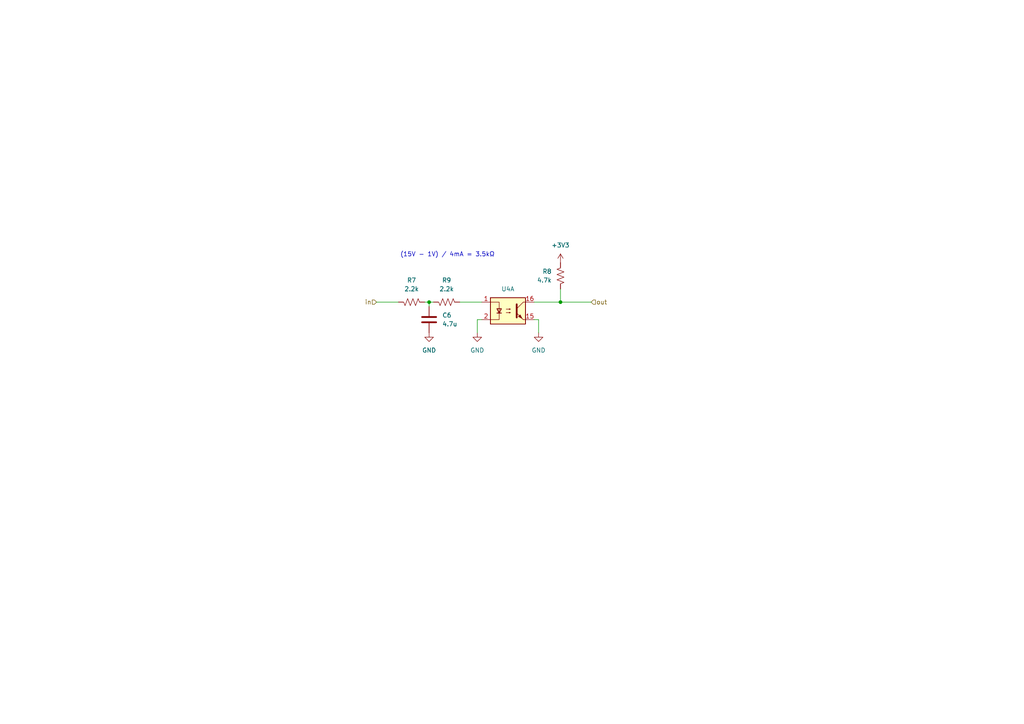
<source format=kicad_sch>
(kicad_sch (version 20231120) (generator "eeschema") (generator_version "8.0")
  (paper "A4")
  (lib_symbols
    (symbol "Device:C" (pin_numbers hide) (pin_names (offset 0.254))
      (property "Reference" "C" (at 0.635 2.54 0))
      (property "Value" "C" (at 0.635 -2.54 0))
      (symbol "C_0_1"
        (polyline (pts (xy -2.032 -0.762) (xy 2.032 -0.762)) (stroke (width 0.508)))
        (polyline (pts (xy -2.032 0.762) (xy 2.032 0.762)) (stroke (width 0.508)))
      )
      (symbol "C_1_1"
        (pin passive line (at 0 3.81 270) (length 2.794) (name "~") (number "1"))
        (pin passive line (at 0 -3.81 90) (length 2.794) (name "~") (number "2"))
      )
    )
    (symbol "Device:R_US" (pin_numbers hide) (pin_names (offset 0))
      (property "Reference" "R" (at 2.54 0 90))
      (property "Value" "R_US" (at -2.54 0 90))
      (symbol "R_US_0_1"
        (polyline (pts (xy 0 -2.286) (xy 0 -2.54)))
        (polyline (pts (xy 0 2.286) (xy 0 2.54)))
        (polyline (pts (xy 0 -0.762) (xy 1.016 -1.143) (xy 0 -1.524) (xy -1.016 -1.905) (xy 0 -2.286)))
        (polyline (pts (xy 0 0.762) (xy 1.016 0.381) (xy 0 0) (xy -1.016 -0.381) (xy 0 -0.762)))
        (polyline (pts (xy 0 2.286) (xy 1.016 1.905) (xy 0 1.524) (xy -1.016 1.143) (xy 0 0.762)))
      )
      (symbol "R_US_1_1"
        (pin passive line (at 0 3.81 270) (length 1.27) (name "~") (number "1"))
        (pin passive line (at 0 -3.81 90) (length 1.27) (name "~") (number "2"))
      )
    )
    (symbol "Isolator:TLP291-4"
      (property "Reference" "U" (at -5.08 5.08 0))
      (property "Value" "TLP291-4" (at 0 5.08 0))
      (symbol "TLP291-4_0_1"
        (rectangle (start -5.08 3.81) (end 5.08 -3.81) (stroke (width 0.254)) (fill (type background)))
        (polyline (pts (xy -3.175 -0.635) (xy -1.905 -0.635)) (stroke (width 0.254)))
        (polyline (pts (xy 2.54 0.635) (xy 4.445 2.54)))
        (polyline (pts (xy 4.445 -2.54) (xy 2.54 -0.635)) (fill (type outline)))
        (polyline (pts (xy 4.445 -2.54) (xy 5.08 -2.54)))
        (polyline (pts (xy 4.445 2.54) (xy 5.08 2.54)))
        (polyline (pts (xy -5.08 2.54) (xy -2.54 2.54) (xy -2.54 0.635)))
        (polyline (pts (xy -2.54 0.635) (xy -2.54 -2.54) (xy -5.08 -2.54)))
        (polyline (pts (xy 2.54 1.905) (xy 2.54 -1.905) (xy 2.54 -1.905)) (stroke (width 0.508)))
        (polyline (pts (xy -2.54 -0.635) (xy -3.175 0.635) (xy -1.905 0.635) (xy -2.54 -0.635)) (stroke (width 0.254)))
        (polyline (pts (xy -0.508 -0.508) (xy 0.762 -0.508) (xy 0.381 -0.635) (xy 0.381 -0.381) (xy 0.762 -0.508)))
        (polyline (pts (xy -0.508 0.508) (xy 0.762 0.508) (xy 0.381 0.381) (xy 0.381 0.635) (xy 0.762 0.508)))
        (polyline (pts (xy 3.048 -1.651) (xy 3.556 -1.143) (xy 4.064 -2.159) (xy 3.048 -1.651) (xy 3.048 -1.651)) (fill (type outline)))
      )
      (symbol "TLP291-4_1_1"
        (pin passive line (at -7.62 2.54 0) (length 2.54) (name "~") (number "1"))
        (pin passive line (at 7.62 -2.54 180) (length 2.54) (name "~") (number "15"))
        (pin passive line (at 7.62 2.54 180) (length 2.54) (name "~") (number "16"))
        (pin passive line (at -7.62 -2.54 0) (length 2.54) (name "~") (number "2"))
      )
      (symbol "TLP291-4_2_1"
        (pin passive line (at 7.62 -2.54 180) (length 2.54) (name "~") (number "13"))
        (pin passive line (at 7.62 2.54 180) (length 2.54) (name "~") (number "14"))
        (pin passive line (at -7.62 2.54 0) (length 2.54) (name "~") (number "3"))
        (pin passive line (at -7.62 -2.54 0) (length 2.54) (name "~") (number "4"))
      )
      (symbol "TLP291-4_3_1"
        (pin passive line (at 7.62 -2.54 180) (length 2.54) (name "~") (number "11"))
        (pin passive line (at 7.62 2.54 180) (length 2.54) (name "~") (number "12"))
        (pin passive line (at -7.62 2.54 0) (length 2.54) (name "~") (number "5"))
        (pin passive line (at -7.62 -2.54 0) (length 2.54) (name "~") (number "6"))
      )
      (symbol "TLP291-4_4_1"
        (pin passive line (at 7.62 2.54 180) (length 2.54) (name "~") (number "10"))
        (pin passive line (at -7.62 2.54 0) (length 2.54) (name "~") (number "7"))
        (pin passive line (at -7.62 -2.54 0) (length 2.54) (name "~") (number "8"))
        (pin passive line (at 7.62 -2.54 180) (length 2.54) (name "~") (number "9"))
      )
    )
    (symbol "power:+3V3" (power) (pin_names (offset 0))
      (property "Value" "+3V3" (at 0 3.556 0))
      (symbol "+3V3_0_1"
        (polyline (pts (xy -0.762 1.27) (xy 0 2.54)))
        (polyline (pts (xy 0 0) (xy 0 2.54)))
        (polyline (pts (xy 0 2.54) (xy 0.762 1.27)))
      )
      (symbol "+3V3_1_1"
        (pin power_in line (at 0 0 90) (length 0) hide (name "+3V3") (number "1"))
      )
    )
    (symbol "power:GND" (power) (pin_names (offset 0))
      (property "Value" "GND" (at 0 -3.81 0))
      (symbol "GND_0_1"
        (polyline (pts (xy 0 0) (xy 0 -1.27) (xy 1.27 -1.27) (xy 0 -2.54) (xy -1.27 -1.27) (xy 0 -1.27)))
      )
      (symbol "GND_1_1"
        (pin power_in line (at 0 0 270) (length 0) hide (name "GND") (number "1"))
      )
    )
  )
  (junction (at 162.56 87.63))
  (junction (at 124.46 87.63))
  (wire (pts (xy 109.22 87.63) (xy 115.57 87.63)))
  (wire (pts (xy 156.21 92.71) (xy 154.94 92.71)))
  (wire (pts (xy 156.21 92.71) (xy 156.21 96.52)))
  (wire (pts (xy 139.7 87.63) (xy 133.35 87.63)))
  (wire (pts (xy 124.46 87.63) (xy 124.46 88.9)))
  (wire (pts (xy 162.56 87.63) (xy 154.94 87.63)))
  (wire (pts (xy 162.56 83.82) (xy 162.56 87.63)))
  (wire (pts (xy 138.43 92.71) (xy 139.7 92.71)))
  (wire (pts (xy 123.19 87.63) (xy 124.46 87.63)))
  (wire (pts (xy 162.56 87.63) (xy 171.45 87.63)))
  (wire (pts (xy 124.46 87.63) (xy 125.73 87.63)))
  (wire (pts (xy 138.43 92.71) (xy 138.43 96.52)))
  (text "(15V - 1V) / 4mA = 3.5kΩ" (at 129.794 73.914 0) (effects (font (size 1.27 1.27))))
  (hierarchical_label "in" (shape input) (at 109.22 87.63 180))
  (hierarchical_label "out" (shape input) (at 171.45 87.63 0))
  (symbol (lib_id "Isolator:TLP291-4") (at 147.32 90.17 0) (unit 1)
    (property "Reference" "U4" (at 147.32 83.82 0))
    (property "Value" "TLP291-4" (effects (hide yes)))
    (property "Footprint" "Package_SO:SOIC-16_4.55x10.3mm_P1.27mm" (effects (hide yes)))
    (property "Datasheet" "https://toshiba.semicon-storage.com/info/docget.jsp?did=12858&prodName=TLP291-4" (effects (hide yes)))
    (property "Description" "Quad DC Optocoupler, Vce 80V, CTR 50-100%, SOP16" (effects (hide yes)))
    (instances (project "sinking" (path "" (reference "U4") (unit 1)) (path "" (reference "U4") (unit 2)) (path "" (reference "U4") (unit 3)) (path "" (reference "U4") (unit 4))))
  )
  (symbol (lib_id "Device:R_US") (at 119.38 87.63 270) (mirror x) (unit 1)
    (property "Reference" "R7" (at 119.38 81.28 90))
    (property "Value" "2.2k" (at 119.38 83.82 90))
    (property "Footprint" "Resistor_SMD:R_0805_2012Metric" (effects (hide yes)))
    (instances (project "sinking" (path "" (reference "R7") (unit 1)) (path "" (reference "R10") (unit 1)) (path "" (reference "R13") (unit 1)) (path "" (reference "R16") (unit 1))))
  )
  (symbol (lib_id "power:GND") (at 138.43 96.52 0) (mirror y) (unit 1)
    (property "Reference" "#PWR025" (effects (hide yes)))
    (property "Value" "GND" (at 138.43 101.6 0))
    (instances (project "sinking" (path "" (reference "#PWR025") (unit 1)) (path "" (reference "#PWR027") (unit 1)) (path "" (reference "#PWR031") (unit 1)) (path "" (reference "#PWR035") (unit 1))))
  )
  (symbol (lib_id "Device:R_US") (at 129.54 87.63 270) (mirror x) (unit 1)
    (property "Reference" "R9" (at 129.54 81.28 90))
    (property "Value" "2.2k" (at 129.54 83.82 90))
    (property "Footprint" "Resistor_SMD:R_0805_2012Metric" (effects (hide yes)))
    (instances (project "sinking" (path "" (reference "R9") (unit 1)) (path "" (reference "R12") (unit 1)) (path "" (reference "R15") (unit 1)) (path "" (reference "R18") (unit 1))))
  )
  (symbol (lib_id "power:+3V3") (at 162.56 76.2 0) (mirror y) (unit 1)
    (property "Reference" "#PWR023" (effects (hide yes)))
    (property "Value" "+3V3" (at 162.56 71.12 0))
    (instances (project "sinking" (path "" (reference "#PWR023") (unit 1)) (path "" (reference "#PWR06") (unit 1)) (path "" (reference "#PWR029") (unit 1)) (path "" (reference "#PWR033") (unit 1))))
  )
  (symbol (lib_id "Device:R_US") (at 162.56 80.01 0) (mirror x) (unit 1)
    (property "Reference" "R8" (at 160.02 78.7399 0) (effects (justify right)))
    (property "Value" "4.7k" (at 160.02 81.2799 0) (effects (justify right)))
    (property "Footprint" "Resistor_SMD:R_0805_2012Metric" (effects (hide yes)))
    (instances (project "sinking" (path "" (reference "R8") (unit 1)) (path "" (reference "R11") (unit 1)) (path "" (reference "R14") (unit 1)) (path "" (reference "R17") (unit 1))))
  )
  (symbol (lib_id "Device:C") (at 124.46 92.71 0) (mirror y) (unit 1)
    (property "Reference" "C6" (at 128.27 91.4399 0) (effects (justify right)))
    (property "Value" "4.7u" (at 128.27 93.9799 0) (effects (justify right)))
    (property "Footprint" "Capacitor_SMD:C_0805_2012Metric" (effects (hide yes)))
    (instances (project "sinking" (path "" (reference "C6") (unit 1)) (path "" (reference "C7") (unit 1)) (path "" (reference "C8") (unit 1)) (path "" (reference "C9") (unit 1))))
  )
  (symbol (lib_id "power:GND") (at 156.21 96.52 0) (mirror y) (unit 1)
    (property "Reference" "#PWR024" (effects (hide yes)))
    (property "Value" "GND" (at 156.21 101.6 0))
    (instances (project "sinking" (path "" (reference "#PWR024") (unit 1)) (path "" (reference "#PWR026") (unit 1)) (path "" (reference "#PWR030") (unit 1)) (path "" (reference "#PWR034") (unit 1))))
  )
  (symbol (lib_id "power:GND") (at 124.46 96.52 0) (mirror y) (unit 1)
    (property "Reference" "#PWR022" (effects (hide yes)))
    (property "Value" "GND" (at 124.46 101.6 0))
    (instances (project "sinking" (path "" (reference "#PWR022") (unit 1)) (path "" (reference "#PWR01") (unit 1)) (path "" (reference "#PWR028") (unit 1)) (path "" (reference "#PWR032") (unit 1))))
  )
)
</source>
